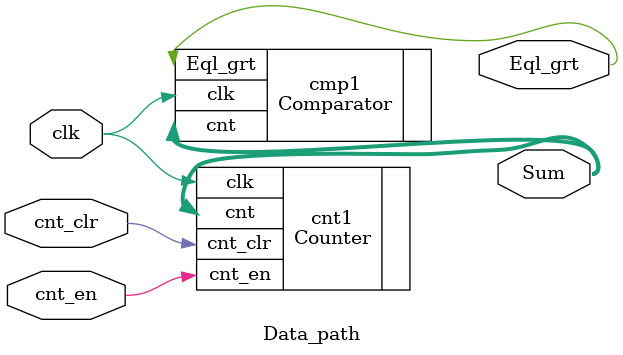
<source format=v>
module Data_path(
        cnt_clr,
        clk,
        cnt_en,
        Eql_grt,
        Sum
);
input cnt_clr,clk,cnt_en;
output Eql_grt;
output [3:0]Sum;
wire cnt_en;

Counter cnt1(
        .cnt_clr(cnt_clr),
        .clk(clk),
        .cnt(Sum),
        .cnt_en(cnt_en)
        );

Comparator cmp1(
        .clk(clk),
        .cnt(Sum),
        .Eql_grt(Eql_grt)
        );
endmodule

</source>
